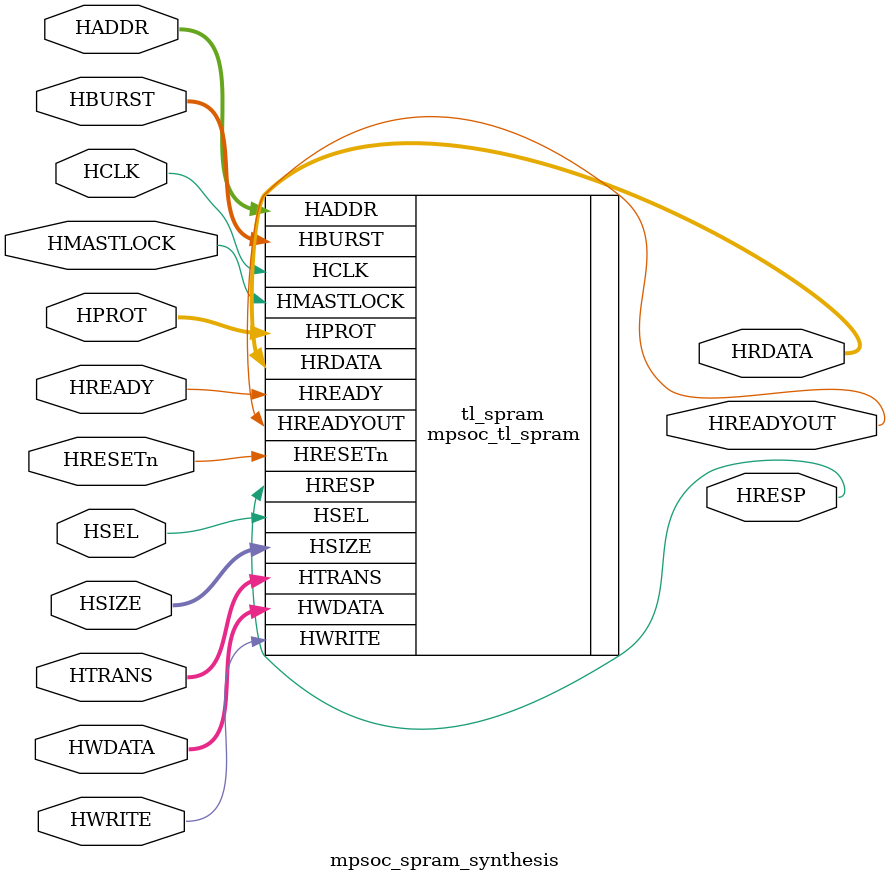
<source format=sv>

module mpsoc_spram_synthesis #(
  parameter MEM_SIZE          = 256,        // Memory in Bytes
  parameter MEM_DEPTH         = 256,        // Memory depth
  parameter PLEN              = 8,
  parameter XLEN              = 32,
  parameter TECHNOLOGY        = "GENERIC",
  parameter REGISTERED_OUTPUT = "NO"
) (
  input HRESETn,
  input HCLK,

  input                 HSEL,
  input      [PLEN-1:0] HADDR,
  input      [XLEN-1:0] HWDATA,
  output reg [XLEN-1:0] HRDATA,
  input                 HWRITE,
  input      [     2:0] HSIZE,
  input      [     2:0] HBURST,
  input      [     3:0] HPROT,
  input      [     1:0] HTRANS,
  input                 HMASTLOCK,
  output reg            HREADYOUT,
  input                 HREADY,
  output                HRESP
);

  //////////////////////////////////////////////////////////////////////////////
  // Body
  //////////////////////////////////////////////////////////////////////////////

  // DUT AHB4
  mpsoc_tl_spram #(
    .MEM_SIZE         (MEM_SIZE),
    .MEM_DEPTH        (MEM_DEPTH),
    .PLEN             (PLEN),
    .XLEN             (XLEN),
    .TECHNOLOGY       (TECHNOLOGY),
    .REGISTERED_OUTPUT(REGISTERED_OUTPUT)
  ) tl_spram (
    .HRESETn(HRESETn),
    .HCLK   (HCLK),

    .HSEL     (HSEL),
    .HADDR    (HADDR),
    .HWDATA   (HWDATA),
    .HRDATA   (HRDATA),
    .HWRITE   (HWRITE),
    .HSIZE    (HSIZE),
    .HBURST   (HBURST),
    .HPROT    (HPROT),
    .HTRANS   (HTRANS),
    .HMASTLOCK(HMASTLOCK),
    .HREADYOUT(HREADYOUT),
    .HREADY   (HREADY),
    .HRESP    (HRESP)
  );
endmodule

</source>
